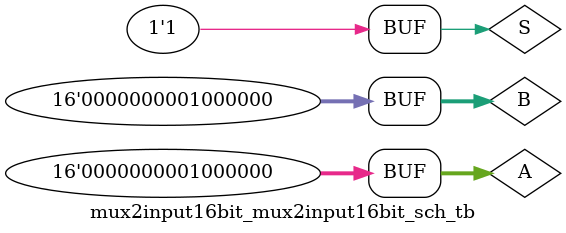
<source format=v>

`timescale 1ns / 1ps

module mux2input16bit_mux2input16bit_sch_tb();

// Inputs
   reg S;
   reg [15:0] A;
   reg [15:0] B;

// Output
   wire [15:0] O;

// Bidirs

// Instantiate the UUT
   mux2input16bit UUT (
		.S(S), 
		.A(A), 
		.B(B), 
		.O(O)
   );
// Initialize Inputs
  
       initial begin
		S = 0;
		A = 0;
		B = 0;
		#100
		repeat(64) begin
			#10
			A=0;
			repeat(64) begin
				#10
				A=A+1;
				S=0;
				if(B==O) 
					$display("pass");
				else
					$display("fail");

				#10
				S=1;
				if(A==O) 
					$display("pass");
				else
					$display("fail");
				end
			B=B+1;
		end
		
	end
	

	
endmodule

</source>
